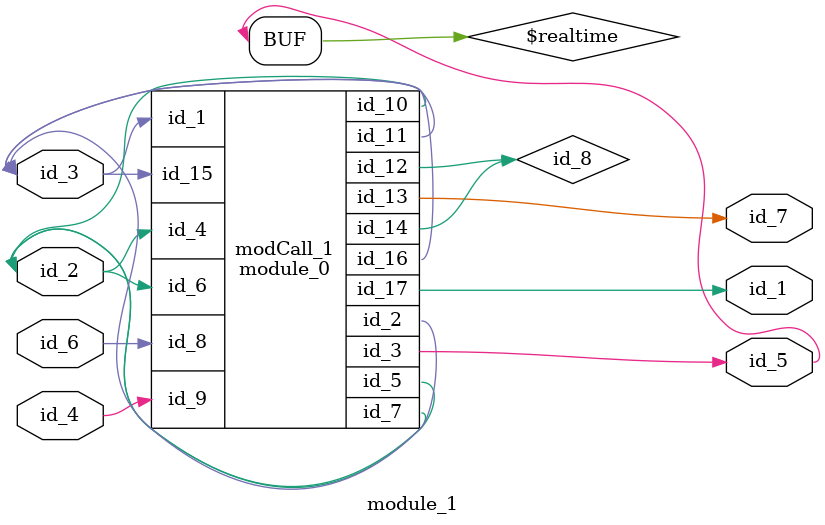
<source format=v>
module module_0 (
    id_1,
    id_2,
    id_3,
    id_4,
    id_5,
    id_6,
    id_7,
    id_8,
    id_9,
    id_10,
    id_11,
    id_12,
    id_13,
    id_14,
    id_15,
    id_16,
    id_17
);
  output wire id_17;
  output wire id_16;
  input wire id_15;
  inout wire id_14;
  output wire id_13;
  inout wire id_12;
  inout wire id_11;
  inout wire id_10;
  input wire id_9;
  input wire id_8;
  output wire id_7;
  input wire id_6;
  inout wire id_5;
  input wire id_4;
  output wire id_3;
  inout wire id_2;
  input wire id_1;
  wire id_18;
  wire id_19;
endmodule
module module_1 (
    id_1,
    id_2,
    id_3,
    id_4,
    id_5,
    id_6,
    id_7
);
  output wire id_7;
  input wire id_6;
  output wire id_5;
  input wire id_4;
  inout wire id_3;
  inout wire id_2;
  output wire id_1;
  assign id_5 = $realtime;
  wire id_8;
  module_0 modCall_1 (
      id_3,
      id_3,
      id_5,
      id_2,
      id_2,
      id_2,
      id_2,
      id_6,
      id_4,
      id_2,
      id_3,
      id_8,
      id_7,
      id_8,
      id_3,
      id_3,
      id_1
  );
  wire id_9;
endmodule

</source>
